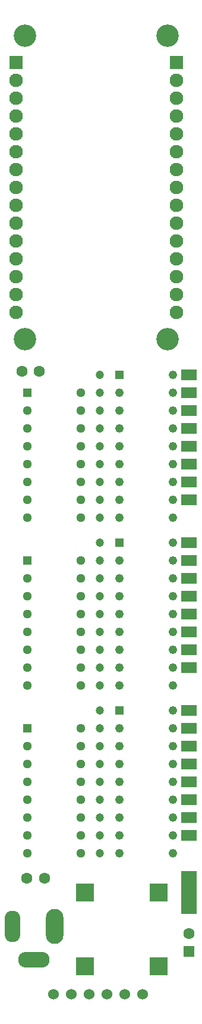
<source format=gts>
%TF.GenerationSoftware,KiCad,Pcbnew,(7.0.0)*%
%TF.CreationDate,2023-05-15T22:46:06-04:00*%
%TF.ProjectId,clockPCB,636c6f63-6b50-4434-922e-6b696361645f,rev?*%
%TF.SameCoordinates,Original*%
%TF.FileFunction,Soldermask,Top*%
%TF.FilePolarity,Negative*%
%FSLAX46Y46*%
G04 Gerber Fmt 4.6, Leading zero omitted, Abs format (unit mm)*
G04 Created by KiCad (PCBNEW (7.0.0)) date 2023-05-15 22:46:06*
%MOMM*%
%LPD*%
G01*
G04 APERTURE LIST*
%ADD10R,2.286000X1.524000*%
%ADD11C,1.600000*%
%ADD12R,1.600000X1.600000*%
%ADD13R,2.286000X6.096000*%
%ADD14R,1.295400X1.295400*%
%ADD15C,1.295400*%
%ADD16C,3.200000*%
%ADD17R,1.930000X1.930000*%
%ADD18C,1.930000*%
%ADD19C,1.200000*%
%ADD20O,2.500000X5.000000*%
%ADD21O,2.250000X4.500000*%
%ADD22O,4.500000X2.250000*%
%ADD23R,1.227074X1.227074*%
%ADD24C,1.227074*%
%ADD25C,1.524000*%
%ADD26R,2.500000X2.500000*%
G04 APERTURE END LIST*
D10*
%TO.C,*%
X148843999Y-96964499D03*
%TD*%
%TO.C,*%
X148843999Y-115760499D03*
%TD*%
D11*
%TO.C,REF\u002A\u002A*%
X124988000Y-67500500D03*
X127488000Y-67500500D03*
%TD*%
D12*
%TO.C,REF\u002A\u002A*%
X148843999Y-150010499D03*
D11*
X148844000Y-147510500D03*
%TD*%
D10*
%TO.C,*%
X148843999Y-73088499D03*
%TD*%
%TO.C,REF\u002A\u002A*%
X148843999Y-94424499D03*
%TD*%
D13*
%TO.C,REF\u002A\u002A*%
X148843999Y-141668499D03*
%TD*%
D10*
%TO.C,*%
X148843999Y-91884499D03*
%TD*%
D14*
%TO.C,REF\u002A\u002A*%
X125793499Y-70548499D03*
D15*
X125793500Y-73088500D03*
X125793500Y-75628500D03*
X125793500Y-78168500D03*
X125793500Y-80708500D03*
X125793500Y-83248500D03*
X125793500Y-85788500D03*
X125793500Y-88328500D03*
X133413500Y-88328500D03*
X133413500Y-85788500D03*
X133413500Y-83248500D03*
X133413500Y-80708500D03*
X133413500Y-78168500D03*
X133413500Y-75628500D03*
X133413500Y-73088500D03*
X133413500Y-70548500D03*
%TD*%
D10*
%TO.C,*%
X148843999Y-68008499D03*
%TD*%
D16*
%TO.C,REF\u002A\u002A*%
X125476000Y-19748500D03*
X125476000Y-62928500D03*
X145796000Y-19748500D03*
X145796000Y-62928500D03*
D17*
X124205999Y-23558499D03*
D18*
X124206000Y-26098500D03*
X124206000Y-28638500D03*
X124206000Y-31178500D03*
X124206000Y-33718500D03*
X124206000Y-36258500D03*
X124206000Y-38798500D03*
X124206000Y-41338500D03*
X124206000Y-43878500D03*
X124206000Y-46418500D03*
X124206000Y-48958500D03*
X124206000Y-51498500D03*
X124206000Y-54038500D03*
X124206000Y-56578500D03*
X124206000Y-59118500D03*
D17*
X147065999Y-23558499D03*
D18*
X147066000Y-26098500D03*
X147066000Y-28638500D03*
X147066000Y-31178500D03*
X147066000Y-33718500D03*
X147066000Y-36258500D03*
X147066000Y-38798500D03*
X147066000Y-41338500D03*
X147066000Y-43878500D03*
X147066000Y-46418500D03*
X147066000Y-48958500D03*
X147066000Y-51498500D03*
X147066000Y-54038500D03*
X147066000Y-56578500D03*
X147066000Y-59118500D03*
%TD*%
D10*
%TO.C,REF\u002A\u002A*%
X148843999Y-118300499D03*
%TD*%
D19*
%TO.C,REF\u002A\u002A*%
X136144000Y-68008500D03*
X136144000Y-70548500D03*
X136144000Y-73088500D03*
X136144000Y-75628500D03*
X136144000Y-78168500D03*
X136144000Y-80708500D03*
X136144000Y-83248500D03*
X136144000Y-85788500D03*
X136144000Y-88328500D03*
%TD*%
D10*
%TO.C,REF\u002A\u002A*%
X148843999Y-80708499D03*
%TD*%
%TO.C,REF\u002A\u002A*%
X148843999Y-128460499D03*
%TD*%
%TO.C,*%
X148843999Y-120840499D03*
%TD*%
D20*
%TO.C,REF\u002A\u002A*%
X129697999Y-146494499D03*
D21*
X123697999Y-146494499D03*
D22*
X126697999Y-151194499D03*
%TD*%
D10*
%TO.C,REF\u002A\u002A*%
X148843999Y-109664499D03*
%TD*%
%TO.C,REF\u002A\u002A*%
X148843999Y-99504499D03*
%TD*%
%TO.C,*%
X148843999Y-125920499D03*
%TD*%
%TO.C,*%
X148843999Y-85788499D03*
%TD*%
%TO.C,*%
X148843999Y-102044499D03*
%TD*%
D19*
%TO.C,REF\u002A\u002A*%
X136144000Y-115760500D03*
X136144000Y-118300500D03*
X136144000Y-120840500D03*
X136144000Y-123380500D03*
X136144000Y-125920500D03*
X136144000Y-128460500D03*
X136144000Y-131000500D03*
X136144000Y-133540500D03*
X136144000Y-136080500D03*
%TD*%
D23*
%TO.C,REF\u002A\u002A*%
X138937999Y-115760499D03*
D24*
X138938000Y-118300500D03*
X138938000Y-120840500D03*
X138938000Y-123380500D03*
X138938000Y-125920500D03*
X138938000Y-128460500D03*
X138938000Y-131000500D03*
X138938000Y-133540500D03*
X138938000Y-136080500D03*
X146558000Y-136080500D03*
X146558000Y-133540500D03*
X146558000Y-131000500D03*
X146558000Y-128460500D03*
X146558000Y-125920500D03*
X146558000Y-123380500D03*
X146558000Y-120840500D03*
X146558000Y-118300500D03*
X146558000Y-115760500D03*
%TD*%
D10*
%TO.C,REF\u002A\u002A*%
X148843999Y-104584499D03*
%TD*%
D14*
%TO.C,REF\u002A\u002A*%
X125793499Y-118300499D03*
D15*
X125793500Y-120840500D03*
X125793500Y-123380500D03*
X125793500Y-125920500D03*
X125793500Y-128460500D03*
X125793500Y-131000500D03*
X125793500Y-133540500D03*
X125793500Y-136080500D03*
X133413500Y-136080500D03*
X133413500Y-133540500D03*
X133413500Y-131000500D03*
X133413500Y-128460500D03*
X133413500Y-125920500D03*
X133413500Y-123380500D03*
X133413500Y-120840500D03*
X133413500Y-118300500D03*
%TD*%
D10*
%TO.C,*%
X148843999Y-83248499D03*
%TD*%
%TO.C,*%
X148843999Y-75628499D03*
%TD*%
%TO.C,REF\u002A\u002A*%
X148843999Y-133540499D03*
%TD*%
%TO.C,*%
X148843999Y-131000499D03*
%TD*%
D25*
%TO.C,REF\u002A\u002A*%
X129540000Y-156146500D03*
X142240000Y-156146500D03*
X134620000Y-156146500D03*
X137160000Y-156146500D03*
X132080000Y-156146500D03*
X139700000Y-156146500D03*
%TD*%
D11*
%TO.C,REF\u002A\u002A*%
X125730000Y-139636500D03*
X128230000Y-139636500D03*
%TD*%
D14*
%TO.C,REF\u002A\u002A*%
X125793499Y-94424499D03*
D15*
X125793500Y-96964500D03*
X125793500Y-99504500D03*
X125793500Y-102044500D03*
X125793500Y-104584500D03*
X125793500Y-107124500D03*
X125793500Y-109664500D03*
X125793500Y-112204500D03*
X133413500Y-112204500D03*
X133413500Y-109664500D03*
X133413500Y-107124500D03*
X133413500Y-104584500D03*
X133413500Y-102044500D03*
X133413500Y-99504500D03*
X133413500Y-96964500D03*
X133413500Y-94424500D03*
%TD*%
D10*
%TO.C,*%
X148843999Y-107124499D03*
%TD*%
D23*
%TO.C,REF\u002A\u002A*%
X138937999Y-91884499D03*
D24*
X138938000Y-94424500D03*
X138938000Y-96964500D03*
X138938000Y-99504500D03*
X138938000Y-102044500D03*
X138938000Y-104584500D03*
X138938000Y-107124500D03*
X138938000Y-109664500D03*
X138938000Y-112204500D03*
X146558000Y-112204500D03*
X146558000Y-109664500D03*
X146558000Y-107124500D03*
X146558000Y-104584500D03*
X146558000Y-102044500D03*
X146558000Y-99504500D03*
X146558000Y-96964500D03*
X146558000Y-94424500D03*
X146558000Y-91884500D03*
%TD*%
D10*
%TO.C,*%
X148843999Y-78168499D03*
%TD*%
D26*
%TO.C,REF\u002A\u002A*%
X134025999Y-141668499D03*
X134025999Y-152168499D03*
X144525999Y-152168499D03*
X144525999Y-141668499D03*
%TD*%
D19*
%TO.C,REF\u002A\u002A*%
X136144000Y-91884500D03*
X136144000Y-94424500D03*
X136144000Y-96964500D03*
X136144000Y-99504500D03*
X136144000Y-102044500D03*
X136144000Y-104584500D03*
X136144000Y-107124500D03*
X136144000Y-109664500D03*
X136144000Y-112204500D03*
%TD*%
D10*
%TO.C,REF\u002A\u002A*%
X148843999Y-70548499D03*
%TD*%
D23*
%TO.C,REF\u002A\u002A*%
X138937999Y-68008499D03*
D24*
X138938000Y-70548500D03*
X138938000Y-73088500D03*
X138938000Y-75628500D03*
X138938000Y-78168500D03*
X138938000Y-80708500D03*
X138938000Y-83248500D03*
X138938000Y-85788500D03*
X138938000Y-88328500D03*
X146558000Y-88328500D03*
X146558000Y-85788500D03*
X146558000Y-83248500D03*
X146558000Y-80708500D03*
X146558000Y-78168500D03*
X146558000Y-75628500D03*
X146558000Y-73088500D03*
X146558000Y-70548500D03*
X146558000Y-68008500D03*
%TD*%
D10*
%TO.C,*%
X148843999Y-123380499D03*
%TD*%
M02*

</source>
